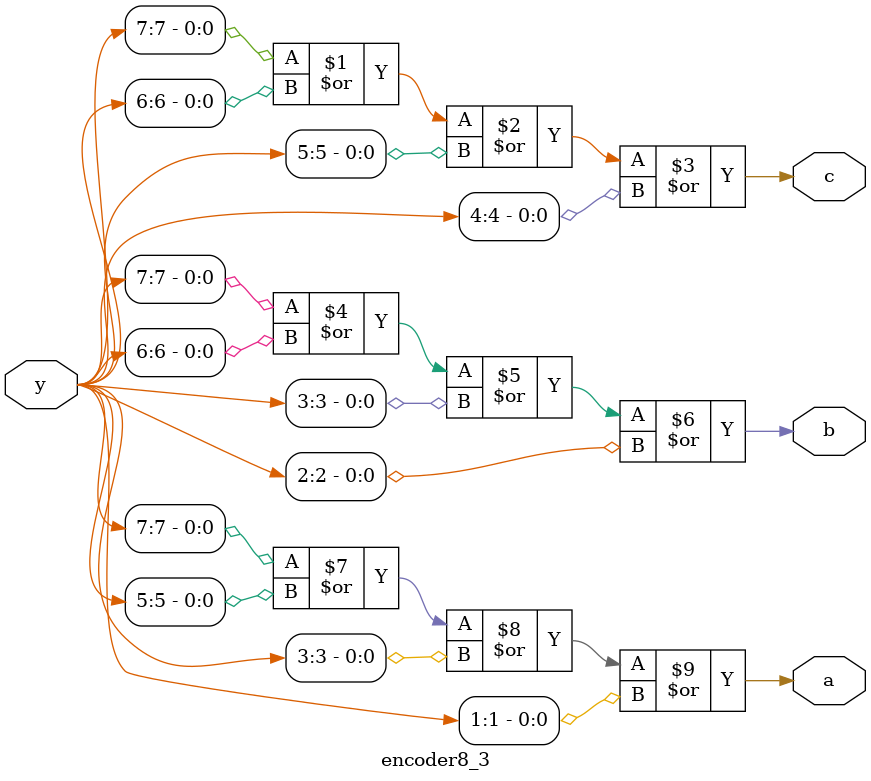
<source format=v>
`timescale 1ns / 1ps

module encoder8_3(a,b,c,y);
output a,b,c;
input [7:0]y;
assign c=(y[7]|y[6]|y[5]|y[4]);
assign b=(y[7]|y[6]|y[3]|y[2]);
assign a=(y[7]|y[5]|y[3]|y[1]);
endmodule

</source>
